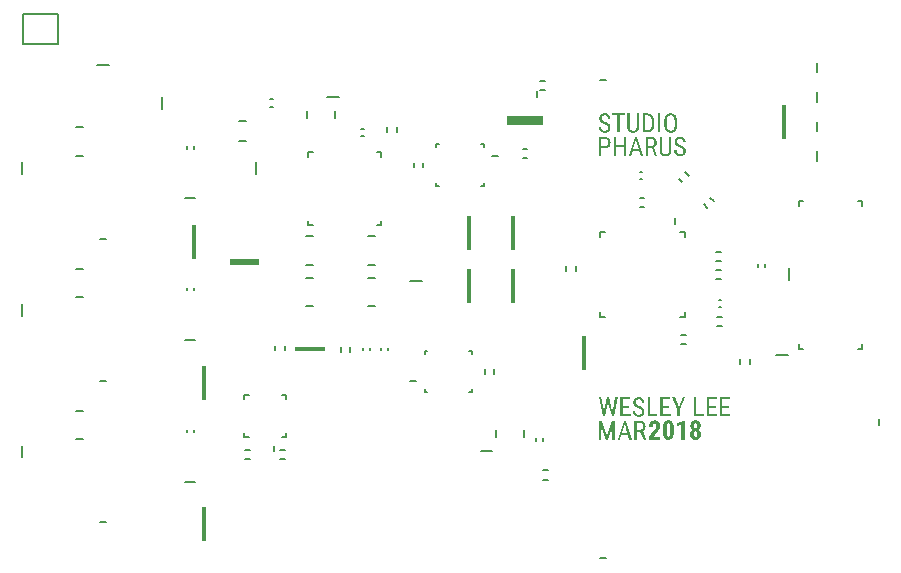
<source format=gto>
G04*
G04 #@! TF.GenerationSoftware,Altium Limited,Altium Designer,18.0.7 (293)*
G04*
G04 Layer_Color=12040119*
%FSLAX25Y25*%
%MOIN*%
G70*
G01*
G75*
%ADD10C,0.00591*%
%ADD11C,0.00787*%
%ADD12R,0.01575X0.11811*%
%ADD13R,0.09843X0.01575*%
G36*
X97638Y101575D02*
X107087D01*
Y103543D01*
X97638D01*
Y101575D01*
D02*
G37*
G36*
X201969Y151181D02*
X189764D01*
Y148031D01*
X201969D01*
Y151181D01*
D02*
G37*
G36*
X222562Y152133D02*
X222610D01*
X222665Y152126D01*
X222733Y152119D01*
X222801Y152105D01*
X222959Y152078D01*
X223123Y152030D01*
X223293Y151969D01*
X223464Y151887D01*
X223471D01*
X223484Y151873D01*
X223505Y151860D01*
X223539Y151839D01*
X223614Y151785D01*
X223710Y151709D01*
X223819Y151614D01*
X223928Y151491D01*
X224038Y151354D01*
X224133Y151197D01*
Y151190D01*
X224147Y151177D01*
X224154Y151156D01*
X224174Y151122D01*
X224188Y151081D01*
X224208Y151026D01*
X224229Y150972D01*
X224256Y150910D01*
X224297Y150760D01*
X224338Y150596D01*
X224365Y150412D01*
X224372Y150214D01*
X223566D01*
Y150220D01*
Y150241D01*
Y150268D01*
X223560Y150309D01*
Y150364D01*
X223553Y150418D01*
X223532Y150548D01*
X223498Y150698D01*
X223444Y150849D01*
X223375Y150999D01*
X223280Y151129D01*
Y151136D01*
X223266Y151143D01*
X223225Y151183D01*
X223164Y151231D01*
X223075Y151293D01*
X222959Y151354D01*
X222822Y151409D01*
X222658Y151443D01*
X222562Y151450D01*
X222467Y151457D01*
X222419D01*
X222385Y151450D01*
X222344D01*
X222303Y151443D01*
X222194Y151423D01*
X222071Y151388D01*
X221948Y151340D01*
X221825Y151272D01*
X221715Y151183D01*
X221702Y151170D01*
X221674Y151136D01*
X221634Y151074D01*
X221586Y150985D01*
X221531Y150876D01*
X221490Y150746D01*
X221463Y150596D01*
X221449Y150418D01*
Y150412D01*
Y150398D01*
Y150378D01*
X221456Y150350D01*
X221463Y150275D01*
X221483Y150186D01*
X221517Y150077D01*
X221572Y149961D01*
X221640Y149852D01*
X221736Y149742D01*
X221750Y149729D01*
X221763Y149715D01*
X221791Y149695D01*
X221818Y149674D01*
X221859Y149647D01*
X221900Y149613D01*
X221955Y149585D01*
X222016Y149544D01*
X222077Y149510D01*
X222153Y149469D01*
X222235Y149428D01*
X222317Y149380D01*
X222412Y149339D01*
X222515Y149298D01*
X222624Y149257D01*
X222638D01*
X222665Y149244D01*
X222713Y149223D01*
X222781Y149203D01*
X222856Y149175D01*
X222945Y149134D01*
X223041Y149093D01*
X223143Y149046D01*
X223368Y148936D01*
X223587Y148807D01*
X223696Y148732D01*
X223799Y148656D01*
X223887Y148574D01*
X223969Y148492D01*
X223976Y148486D01*
X223990Y148472D01*
X224004Y148445D01*
X224031Y148410D01*
X224065Y148363D01*
X224099Y148308D01*
X224133Y148247D01*
X224174Y148171D01*
X224208Y148090D01*
X224243Y148001D01*
X224277Y147905D01*
X224311Y147796D01*
X224338Y147687D01*
X224352Y147564D01*
X224365Y147441D01*
X224372Y147304D01*
Y147297D01*
Y147270D01*
Y147229D01*
X224365Y147174D01*
X224359Y147113D01*
X224345Y147038D01*
X224331Y146949D01*
X224311Y146860D01*
X224284Y146764D01*
X224249Y146662D01*
X224208Y146560D01*
X224161Y146457D01*
X224099Y146355D01*
X224031Y146252D01*
X223956Y146157D01*
X223867Y146068D01*
X223860Y146061D01*
X223847Y146047D01*
X223812Y146027D01*
X223778Y145993D01*
X223724Y145958D01*
X223662Y145924D01*
X223594Y145877D01*
X223512Y145836D01*
X223416Y145795D01*
X223314Y145754D01*
X223204Y145713D01*
X223081Y145678D01*
X222952Y145644D01*
X222808Y145624D01*
X222658Y145610D01*
X222501Y145603D01*
X222446D01*
X222405Y145610D01*
X222358D01*
X222303Y145617D01*
X222235Y145624D01*
X222166Y145631D01*
X222009Y145665D01*
X221838Y145706D01*
X221654Y145760D01*
X221477Y145842D01*
X221470D01*
X221456Y145856D01*
X221429Y145870D01*
X221401Y145890D01*
X221360Y145911D01*
X221312Y145938D01*
X221210Y146020D01*
X221094Y146116D01*
X220971Y146232D01*
X220848Y146361D01*
X220739Y146519D01*
Y146525D01*
X220725Y146539D01*
X220711Y146566D01*
X220698Y146594D01*
X220677Y146642D01*
X220657Y146689D01*
X220630Y146744D01*
X220609Y146812D01*
X220554Y146962D01*
X220513Y147133D01*
X220486Y147325D01*
X220472Y147529D01*
X221278D01*
Y147523D01*
Y147502D01*
Y147475D01*
X221285Y147434D01*
Y147379D01*
X221299Y147325D01*
X221319Y147195D01*
X221360Y147045D01*
X221415Y146887D01*
X221497Y146744D01*
X221552Y146669D01*
X221606Y146607D01*
X221613D01*
X221620Y146594D01*
X221640Y146580D01*
X221668Y146560D01*
X221702Y146532D01*
X221743Y146505D01*
X221791Y146478D01*
X221838Y146450D01*
X221968Y146389D01*
X222125Y146334D01*
X222303Y146300D01*
X222398Y146293D01*
X222501Y146286D01*
X222549D01*
X222590Y146293D01*
X222631D01*
X222685Y146300D01*
X222801Y146320D01*
X222931Y146355D01*
X223061Y146396D01*
X223191Y146464D01*
X223300Y146553D01*
X223314Y146566D01*
X223341Y146600D01*
X223382Y146662D01*
X223437Y146751D01*
X223484Y146853D01*
X223526Y146976D01*
X223553Y147126D01*
X223566Y147290D01*
Y147297D01*
Y147311D01*
Y147338D01*
X223560Y147372D01*
Y147406D01*
X223553Y147454D01*
X223532Y147564D01*
X223505Y147680D01*
X223457Y147803D01*
X223396Y147919D01*
X223307Y148021D01*
X223293Y148035D01*
X223280Y148048D01*
X223259Y148069D01*
X223225Y148090D01*
X223191Y148117D01*
X223143Y148144D01*
X223095Y148178D01*
X223034Y148219D01*
X222965Y148260D01*
X222890Y148301D01*
X222801Y148342D01*
X222706Y148383D01*
X222603Y148431D01*
X222494Y148472D01*
X222371Y148520D01*
X222364D01*
X222344Y148533D01*
X222310Y148547D01*
X222262Y148561D01*
X222207Y148581D01*
X222139Y148609D01*
X222071Y148636D01*
X221995Y148670D01*
X221825Y148745D01*
X221654Y148834D01*
X221490Y148923D01*
X221415Y148970D01*
X221347Y149018D01*
X221340D01*
X221333Y149032D01*
X221292Y149066D01*
X221224Y149121D01*
X221149Y149196D01*
X221060Y149285D01*
X220971Y149387D01*
X220889Y149503D01*
X220814Y149626D01*
Y149633D01*
X220807Y149640D01*
X220800Y149660D01*
X220787Y149688D01*
X220759Y149756D01*
X220725Y149852D01*
X220691Y149968D01*
X220664Y150098D01*
X220643Y150248D01*
X220636Y150405D01*
Y150412D01*
Y150439D01*
X220643Y150480D01*
Y150528D01*
X220650Y150596D01*
X220664Y150671D01*
X220677Y150753D01*
X220698Y150842D01*
X220725Y150938D01*
X220759Y151040D01*
X220800Y151143D01*
X220848Y151245D01*
X220910Y151347D01*
X220978Y151457D01*
X221053Y151552D01*
X221142Y151648D01*
X221149Y151655D01*
X221162Y151668D01*
X221196Y151696D01*
X221231Y151723D01*
X221285Y151764D01*
X221347Y151805D01*
X221415Y151846D01*
X221497Y151894D01*
X221586Y151942D01*
X221688Y151983D01*
X221797Y152023D01*
X221914Y152065D01*
X222043Y152092D01*
X222173Y152119D01*
X222317Y152133D01*
X222467Y152140D01*
X222521D01*
X222562Y152133D01*
D02*
G37*
G36*
X233873Y147529D02*
Y147523D01*
Y147488D01*
X233866Y147441D01*
Y147379D01*
X233852Y147304D01*
X233846Y147215D01*
X233825Y147120D01*
X233805Y147010D01*
X233777Y146901D01*
X233743Y146785D01*
X233702Y146669D01*
X233647Y146546D01*
X233586Y146430D01*
X233518Y146320D01*
X233436Y146211D01*
X233347Y146109D01*
X233340Y146102D01*
X233327Y146088D01*
X233292Y146061D01*
X233251Y146027D01*
X233204Y145993D01*
X233135Y145952D01*
X233060Y145904D01*
X232978Y145856D01*
X232882Y145808D01*
X232773Y145760D01*
X232657Y145720D01*
X232527Y145685D01*
X232391Y145651D01*
X232241Y145624D01*
X232083Y145610D01*
X231913Y145603D01*
X231872D01*
X231824Y145610D01*
X231756D01*
X231680Y145617D01*
X231592Y145631D01*
X231489Y145644D01*
X231380Y145665D01*
X231264Y145692D01*
X231148Y145726D01*
X231025Y145767D01*
X230909Y145815D01*
X230793Y145870D01*
X230677Y145938D01*
X230567Y146013D01*
X230472Y146102D01*
X230465Y146109D01*
X230451Y146122D01*
X230424Y146157D01*
X230396Y146198D01*
X230356Y146245D01*
X230314Y146307D01*
X230267Y146382D01*
X230219Y146471D01*
X230178Y146566D01*
X230130Y146669D01*
X230089Y146785D01*
X230048Y146915D01*
X230014Y147051D01*
X229987Y147202D01*
X229973Y147359D01*
X229966Y147529D01*
Y152051D01*
X230758D01*
Y147557D01*
Y147550D01*
Y147529D01*
Y147495D01*
X230765Y147454D01*
Y147400D01*
X230772Y147338D01*
X230793Y147195D01*
X230827Y147045D01*
X230874Y146880D01*
X230943Y146730D01*
X230984Y146662D01*
X231032Y146600D01*
X231038D01*
X231045Y146587D01*
X231086Y146553D01*
X231114Y146525D01*
X231148Y146498D01*
X231195Y146471D01*
X231243Y146443D01*
X231305Y146416D01*
X231366Y146389D01*
X231441Y146361D01*
X231517Y146334D01*
X231605Y146314D01*
X231701Y146300D01*
X231803Y146293D01*
X231913Y146286D01*
X231974D01*
X232015Y146293D01*
X232063D01*
X232124Y146300D01*
X232254Y146327D01*
X232398Y146361D01*
X232548Y146416D01*
X232684Y146498D01*
X232746Y146546D01*
X232801Y146600D01*
Y146607D01*
X232814Y146614D01*
X232828Y146635D01*
X232842Y146662D01*
X232862Y146696D01*
X232889Y146737D01*
X232910Y146785D01*
X232937Y146840D01*
X232964Y146901D01*
X232985Y146969D01*
X233012Y147051D01*
X233033Y147140D01*
X233047Y147229D01*
X233060Y147331D01*
X233074Y147441D01*
Y147557D01*
Y152051D01*
X233873D01*
Y147529D01*
D02*
G37*
G36*
X241051Y145692D02*
X240252D01*
Y152051D01*
X241051D01*
Y145692D01*
D02*
G37*
G36*
X236735Y152044D02*
X236810Y152037D01*
X236905Y152030D01*
X237008Y152017D01*
X237131Y151989D01*
X237261Y151962D01*
X237397Y151928D01*
X237534Y151880D01*
X237677Y151825D01*
X237827Y151757D01*
X237964Y151675D01*
X238101Y151586D01*
X238230Y151477D01*
X238353Y151354D01*
X238360Y151347D01*
X238381Y151320D01*
X238408Y151279D01*
X238449Y151224D01*
X238497Y151156D01*
X238551Y151067D01*
X238606Y150965D01*
X238661Y150849D01*
X238715Y150719D01*
X238777Y150569D01*
X238825Y150412D01*
X238873Y150234D01*
X238913Y150043D01*
X238941Y149838D01*
X238961Y149626D01*
X238968Y149394D01*
Y148328D01*
Y148322D01*
Y148315D01*
Y148274D01*
X238961Y148206D01*
Y148124D01*
X238948Y148014D01*
X238934Y147891D01*
X238913Y147755D01*
X238893Y147611D01*
X238859Y147454D01*
X238818Y147297D01*
X238763Y147133D01*
X238708Y146969D01*
X238633Y146812D01*
X238551Y146655D01*
X238456Y146512D01*
X238347Y146375D01*
X238340Y146368D01*
X238319Y146348D01*
X238278Y146314D01*
X238230Y146266D01*
X238169Y146218D01*
X238087Y146157D01*
X237991Y146095D01*
X237889Y146034D01*
X237766Y145972D01*
X237629Y145911D01*
X237486Y145849D01*
X237322Y145801D01*
X237144Y145754D01*
X236953Y145720D01*
X236755Y145699D01*
X236537Y145692D01*
X235109D01*
Y152051D01*
X236673D01*
X236735Y152044D01*
D02*
G37*
G36*
X229140Y151368D02*
X227466D01*
Y145692D01*
X226667D01*
Y151368D01*
X225001D01*
Y152051D01*
X229140D01*
Y151368D01*
D02*
G37*
G36*
X244548Y152133D02*
X244617Y152126D01*
X244705Y152119D01*
X244801Y152105D01*
X244910Y152078D01*
X245026Y152051D01*
X245149Y152017D01*
X245279Y151969D01*
X245409Y151914D01*
X245538Y151846D01*
X245661Y151764D01*
X245791Y151675D01*
X245907Y151566D01*
X246017Y151443D01*
X246024Y151436D01*
X246044Y151409D01*
X246071Y151368D01*
X246105Y151313D01*
X246146Y151245D01*
X246194Y151156D01*
X246249Y151054D01*
X246304Y150938D01*
X246358Y150808D01*
X246406Y150657D01*
X246454Y150494D01*
X246502Y150323D01*
X246536Y150132D01*
X246570Y149920D01*
X246590Y149701D01*
X246597Y149469D01*
Y148308D01*
Y148301D01*
Y148294D01*
Y148274D01*
Y148253D01*
X246590Y148185D01*
Y148096D01*
X246584Y147987D01*
X246570Y147857D01*
X246549Y147721D01*
X246529Y147570D01*
X246495Y147406D01*
X246461Y147242D01*
X246413Y147079D01*
X246358Y146908D01*
X246297Y146744D01*
X246221Y146587D01*
X246133Y146437D01*
X246037Y146300D01*
X246030Y146293D01*
X246010Y146273D01*
X245983Y146239D01*
X245935Y146191D01*
X245880Y146136D01*
X245812Y146081D01*
X245730Y146020D01*
X245634Y145952D01*
X245525Y145890D01*
X245409Y145822D01*
X245279Y145767D01*
X245142Y145713D01*
X244992Y145665D01*
X244828Y145631D01*
X244651Y145610D01*
X244466Y145603D01*
X244425D01*
X244371Y145610D01*
X244302Y145617D01*
X244220Y145624D01*
X244125Y145638D01*
X244016Y145658D01*
X243906Y145692D01*
X243783Y145726D01*
X243653Y145767D01*
X243524Y145829D01*
X243394Y145890D01*
X243264Y145972D01*
X243141Y146061D01*
X243018Y146163D01*
X242909Y146286D01*
X242902Y146293D01*
X242882Y146320D01*
X242854Y146355D01*
X242820Y146416D01*
X242779Y146484D01*
X242731Y146566D01*
X242677Y146669D01*
X242622Y146785D01*
X242567Y146915D01*
X242520Y147058D01*
X242465Y147215D01*
X242424Y147393D01*
X242383Y147577D01*
X242356Y147775D01*
X242328Y147994D01*
X242322Y148219D01*
Y149415D01*
Y149421D01*
Y149428D01*
Y149469D01*
X242328Y149537D01*
Y149626D01*
X242342Y149735D01*
X242349Y149858D01*
X242369Y149995D01*
X242390Y150145D01*
X242424Y150302D01*
X242458Y150466D01*
X242506Y150630D01*
X242561Y150801D01*
X242622Y150965D01*
X242697Y151122D01*
X242786Y151272D01*
X242882Y151416D01*
X242888Y151423D01*
X242909Y151450D01*
X242943Y151484D01*
X242984Y151532D01*
X243046Y151586D01*
X243114Y151648D01*
X243196Y151709D01*
X243291Y151778D01*
X243394Y151846D01*
X243517Y151907D01*
X243647Y151969D01*
X243783Y152023D01*
X243934Y152071D01*
X244097Y152105D01*
X244268Y152133D01*
X244453Y152140D01*
X244500D01*
X244548Y152133D01*
D02*
G37*
G36*
X247690Y144325D02*
X247738D01*
X247792Y144318D01*
X247861Y144311D01*
X247929Y144297D01*
X248086Y144270D01*
X248250Y144222D01*
X248421Y144161D01*
X248592Y144079D01*
X248598D01*
X248612Y144065D01*
X248633Y144052D01*
X248667Y144031D01*
X248742Y143976D01*
X248837Y143901D01*
X248947Y143806D01*
X249056Y143683D01*
X249165Y143546D01*
X249261Y143389D01*
Y143382D01*
X249274Y143369D01*
X249281Y143348D01*
X249302Y143314D01*
X249316Y143273D01*
X249336Y143218D01*
X249357Y143164D01*
X249384Y143102D01*
X249425Y142952D01*
X249466Y142788D01*
X249493Y142604D01*
X249500Y142405D01*
X248694Y142405D01*
Y142412D01*
Y142433D01*
Y142460D01*
X248687Y142501D01*
Y142556D01*
X248680Y142610D01*
X248660Y142740D01*
X248626Y142891D01*
X248571Y143041D01*
X248503Y143191D01*
X248407Y143321D01*
Y143328D01*
X248394Y143334D01*
X248353Y143375D01*
X248291Y143423D01*
X248202Y143485D01*
X248086Y143546D01*
X247950Y143601D01*
X247786Y143635D01*
X247690Y143642D01*
X247594Y143649D01*
X247547D01*
X247512Y143642D01*
X247471D01*
X247430Y143635D01*
X247321Y143614D01*
X247198Y143580D01*
X247075Y143533D01*
X246952Y143464D01*
X246843Y143375D01*
X246829Y143362D01*
X246802Y143328D01*
X246761Y143266D01*
X246713Y143177D01*
X246659Y143068D01*
X246618Y142938D01*
X246590Y142788D01*
X246577Y142610D01*
Y142604D01*
Y142590D01*
Y142569D01*
X246584Y142542D01*
X246590Y142467D01*
X246611Y142378D01*
X246645Y142269D01*
X246700Y142153D01*
X246768Y142043D01*
X246864Y141934D01*
X246877Y141921D01*
X246891Y141907D01*
X246918Y141886D01*
X246946Y141866D01*
X246987Y141839D01*
X247027Y141805D01*
X247082Y141777D01*
X247144Y141736D01*
X247205Y141702D01*
X247280Y141661D01*
X247362Y141620D01*
X247444Y141572D01*
X247540Y141531D01*
X247642Y141490D01*
X247751Y141449D01*
X247765D01*
X247792Y141436D01*
X247840Y141415D01*
X247909Y141395D01*
X247984Y141367D01*
X248073Y141326D01*
X248168Y141285D01*
X248271Y141238D01*
X248496Y141128D01*
X248714Y140999D01*
X248824Y140923D01*
X248926Y140848D01*
X249015Y140766D01*
X249097Y140684D01*
X249104Y140677D01*
X249117Y140664D01*
X249131Y140637D01*
X249158Y140602D01*
X249193Y140555D01*
X249227Y140500D01*
X249261Y140438D01*
X249302Y140363D01*
X249336Y140281D01*
X249370Y140193D01*
X249404Y140097D01*
X249439Y139988D01*
X249466Y139878D01*
X249479Y139755D01*
X249493Y139633D01*
X249500Y139496D01*
Y139489D01*
Y139462D01*
Y139421D01*
X249493Y139366D01*
X249486Y139305D01*
X249473Y139230D01*
X249459Y139141D01*
X249439Y139052D01*
X249411Y138956D01*
X249377Y138854D01*
X249336Y138751D01*
X249288Y138649D01*
X249227Y138547D01*
X249158Y138444D01*
X249083Y138348D01*
X248994Y138260D01*
X248988Y138253D01*
X248974Y138239D01*
X248940Y138219D01*
X248906Y138185D01*
X248851Y138150D01*
X248790Y138116D01*
X248721Y138068D01*
X248639Y138028D01*
X248544Y137987D01*
X248441Y137945D01*
X248332Y137905D01*
X248209Y137870D01*
X248079Y137836D01*
X247936Y137816D01*
X247786Y137802D01*
X247628Y137795D01*
X247574D01*
X247533Y137802D01*
X247485D01*
X247430Y137809D01*
X247362Y137816D01*
X247294Y137823D01*
X247137Y137857D01*
X246966Y137898D01*
X246782Y137952D01*
X246604Y138034D01*
X246597D01*
X246584Y138048D01*
X246556Y138062D01*
X246529Y138082D01*
X246488Y138103D01*
X246440Y138130D01*
X246338Y138212D01*
X246221Y138307D01*
X246099Y138424D01*
X245976Y138553D01*
X245866Y138710D01*
Y138717D01*
X245853Y138731D01*
X245839Y138758D01*
X245825Y138786D01*
X245805Y138833D01*
X245784Y138881D01*
X245757Y138936D01*
X245737Y139004D01*
X245682Y139154D01*
X245641Y139325D01*
X245614Y139516D01*
X245600Y139721D01*
X246406D01*
Y139715D01*
Y139694D01*
Y139667D01*
X246413Y139626D01*
Y139571D01*
X246426Y139516D01*
X246447Y139387D01*
X246488Y139236D01*
X246543Y139079D01*
X246624Y138936D01*
X246679Y138861D01*
X246734Y138799D01*
X246741D01*
X246747Y138786D01*
X246768Y138772D01*
X246795Y138751D01*
X246829Y138724D01*
X246870Y138697D01*
X246918Y138670D01*
X246966Y138642D01*
X247096Y138581D01*
X247253Y138526D01*
X247430Y138492D01*
X247526Y138485D01*
X247628Y138478D01*
X247676D01*
X247717Y138485D01*
X247758D01*
X247813Y138492D01*
X247929Y138512D01*
X248059Y138547D01*
X248189Y138588D01*
X248318Y138656D01*
X248428Y138745D01*
X248441Y138758D01*
X248469Y138793D01*
X248510Y138854D01*
X248564Y138943D01*
X248612Y139045D01*
X248653Y139168D01*
X248680Y139318D01*
X248694Y139482D01*
Y139489D01*
Y139503D01*
Y139530D01*
X248687Y139564D01*
Y139598D01*
X248680Y139646D01*
X248660Y139755D01*
X248633Y139872D01*
X248585Y139995D01*
X248523Y140111D01*
X248434Y140213D01*
X248421Y140227D01*
X248407Y140240D01*
X248387Y140261D01*
X248353Y140281D01*
X248318Y140309D01*
X248271Y140336D01*
X248223Y140370D01*
X248161Y140411D01*
X248093Y140452D01*
X248018Y140493D01*
X247929Y140534D01*
X247833Y140575D01*
X247731Y140623D01*
X247622Y140664D01*
X247499Y140712D01*
X247492D01*
X247471Y140725D01*
X247437Y140739D01*
X247390Y140753D01*
X247335Y140773D01*
X247267Y140800D01*
X247198Y140828D01*
X247123Y140862D01*
X246952Y140937D01*
X246782Y141026D01*
X246618Y141115D01*
X246543Y141163D01*
X246474Y141210D01*
X246467D01*
X246461Y141224D01*
X246420Y141258D01*
X246351Y141313D01*
X246276Y141388D01*
X246187Y141477D01*
X246099Y141579D01*
X246017Y141695D01*
X245941Y141818D01*
Y141825D01*
X245935Y141832D01*
X245928Y141852D01*
X245914Y141880D01*
X245887Y141948D01*
X245853Y142043D01*
X245819Y142160D01*
X245791Y142289D01*
X245771Y142440D01*
X245764Y142597D01*
Y142604D01*
Y142631D01*
X245771Y142672D01*
Y142720D01*
X245778Y142788D01*
X245791Y142863D01*
X245805Y142945D01*
X245825Y143034D01*
X245853Y143130D01*
X245887Y143232D01*
X245928Y143334D01*
X245976Y143437D01*
X246037Y143539D01*
X246105Y143649D01*
X246181Y143744D01*
X246269Y143840D01*
X246276Y143847D01*
X246290Y143860D01*
X246324Y143888D01*
X246358Y143915D01*
X246413Y143956D01*
X246474Y143997D01*
X246543Y144038D01*
X246624Y144086D01*
X246713Y144133D01*
X246816Y144175D01*
X246925Y144216D01*
X247041Y144256D01*
X247171Y144284D01*
X247301Y144311D01*
X247444Y144325D01*
X247594Y144332D01*
X247649D01*
X247690Y144325D01*
D02*
G37*
G36*
X229591Y137884D02*
X228791D01*
Y140828D01*
X226230D01*
Y137884D01*
X225431D01*
Y144243D01*
X226230D01*
Y141511D01*
X228791D01*
Y144243D01*
X229591D01*
Y137884D01*
D02*
G37*
G36*
X244678Y139721D02*
Y139715D01*
Y139680D01*
X244671Y139632D01*
Y139571D01*
X244657Y139496D01*
X244651Y139407D01*
X244630Y139312D01*
X244610Y139202D01*
X244582Y139093D01*
X244548Y138977D01*
X244507Y138861D01*
X244453Y138738D01*
X244391Y138622D01*
X244323Y138512D01*
X244241Y138403D01*
X244152Y138301D01*
X244145Y138294D01*
X244132Y138280D01*
X244097Y138253D01*
X244056Y138219D01*
X244009Y138185D01*
X243940Y138144D01*
X243865Y138096D01*
X243783Y138048D01*
X243688Y138000D01*
X243578Y137952D01*
X243462Y137911D01*
X243333Y137877D01*
X243196Y137843D01*
X243046Y137816D01*
X242888Y137802D01*
X242718Y137795D01*
X242677D01*
X242629Y137802D01*
X242561D01*
X242485Y137809D01*
X242397Y137823D01*
X242294Y137836D01*
X242185Y137857D01*
X242069Y137884D01*
X241953Y137918D01*
X241830Y137959D01*
X241714Y138007D01*
X241598Y138062D01*
X241481Y138130D01*
X241372Y138205D01*
X241277Y138294D01*
X241270Y138301D01*
X241256Y138314D01*
X241229Y138348D01*
X241201Y138390D01*
X241160Y138437D01*
X241120Y138499D01*
X241072Y138574D01*
X241024Y138663D01*
X240983Y138758D01*
X240935Y138861D01*
X240894Y138977D01*
X240853Y139107D01*
X240819Y139243D01*
X240792Y139393D01*
X240778Y139551D01*
X240771Y139721D01*
Y144243D01*
X241564D01*
Y139749D01*
Y139742D01*
Y139721D01*
Y139687D01*
X241570Y139646D01*
Y139592D01*
X241577Y139530D01*
X241598Y139387D01*
X241632Y139236D01*
X241680Y139073D01*
X241748Y138922D01*
X241789Y138854D01*
X241837Y138793D01*
X241844D01*
X241850Y138779D01*
X241891Y138745D01*
X241919Y138717D01*
X241953Y138690D01*
X242001Y138663D01*
X242048Y138635D01*
X242110Y138608D01*
X242171Y138581D01*
X242247Y138553D01*
X242322Y138526D01*
X242410Y138506D01*
X242506Y138492D01*
X242608Y138485D01*
X242718Y138478D01*
X242779D01*
X242820Y138485D01*
X242868D01*
X242930Y138492D01*
X243059Y138519D01*
X243203Y138553D01*
X243353Y138608D01*
X243490Y138690D01*
X243551Y138738D01*
X243606Y138793D01*
Y138799D01*
X243619Y138806D01*
X243633Y138827D01*
X243647Y138854D01*
X243667Y138888D01*
X243694Y138929D01*
X243715Y138977D01*
X243742Y139032D01*
X243770Y139093D01*
X243790Y139161D01*
X243817Y139243D01*
X243838Y139332D01*
X243851Y139421D01*
X243865Y139523D01*
X243879Y139632D01*
Y139749D01*
Y144243D01*
X244678D01*
Y139721D01*
D02*
G37*
G36*
X238080Y144236D02*
X238155Y144229D01*
X238244Y144216D01*
X238347Y144202D01*
X238449Y144181D01*
X238565Y144154D01*
X238681Y144120D01*
X238797Y144086D01*
X238913Y144038D01*
X239030Y143976D01*
X239139Y143915D01*
X239241Y143840D01*
X239337Y143751D01*
X239344Y143744D01*
X239357Y143730D01*
X239378Y143703D01*
X239412Y143662D01*
X239446Y143608D01*
X239487Y143546D01*
X239535Y143478D01*
X239576Y143389D01*
X239624Y143300D01*
X239665Y143191D01*
X239706Y143075D01*
X239740Y142945D01*
X239774Y142808D01*
X239794Y142658D01*
X239808Y142501D01*
X239815Y142330D01*
Y142324D01*
Y142303D01*
Y142276D01*
X239808Y142228D01*
Y142180D01*
X239801Y142119D01*
X239794Y142050D01*
X239781Y141982D01*
X239754Y141818D01*
X239706Y141647D01*
X239644Y141470D01*
X239556Y141299D01*
Y141292D01*
X239542Y141279D01*
X239528Y141258D01*
X239508Y141231D01*
X239446Y141149D01*
X239364Y141053D01*
X239262Y140944D01*
X239139Y140835D01*
X238989Y140732D01*
X238825Y140637D01*
X240054Y137932D01*
Y137884D01*
X239194D01*
X238060Y140459D01*
X236940D01*
Y137884D01*
X236140D01*
Y144243D01*
X238012D01*
X238080Y144236D01*
D02*
G37*
G36*
X235273Y137884D02*
X234454D01*
X233948Y139551D01*
X231803D01*
X231305Y137884D01*
X230485D01*
X232534Y144243D01*
X233224D01*
X235273Y137884D01*
D02*
G37*
G36*
X222651Y144236D02*
X222720Y144229D01*
X222808Y144216D01*
X222904Y144195D01*
X223006Y144175D01*
X223116Y144147D01*
X223232Y144113D01*
X223348Y144072D01*
X223464Y144017D01*
X223580Y143956D01*
X223689Y143888D01*
X223799Y143806D01*
X223894Y143710D01*
X223901Y143703D01*
X223915Y143683D01*
X223942Y143655D01*
X223976Y143614D01*
X224010Y143560D01*
X224051Y143498D01*
X224099Y143423D01*
X224147Y143334D01*
X224195Y143239D01*
X224243Y143130D01*
X224284Y143013D01*
X224318Y142891D01*
X224352Y142754D01*
X224379Y142610D01*
X224393Y142460D01*
X224400Y142296D01*
Y142289D01*
Y142255D01*
Y142208D01*
X224393Y142146D01*
X224386Y142071D01*
X224372Y141982D01*
X224359Y141880D01*
X224338Y141777D01*
X224311Y141668D01*
X224284Y141552D01*
X224243Y141429D01*
X224195Y141313D01*
X224140Y141197D01*
X224072Y141087D01*
X224004Y140978D01*
X223915Y140882D01*
X223908Y140876D01*
X223894Y140862D01*
X223867Y140835D01*
X223826Y140807D01*
X223778Y140766D01*
X223717Y140725D01*
X223648Y140684D01*
X223566Y140637D01*
X223478Y140589D01*
X223375Y140541D01*
X223259Y140500D01*
X223143Y140459D01*
X223006Y140432D01*
X222870Y140404D01*
X222720Y140384D01*
X222556Y140377D01*
X221271D01*
Y137884D01*
X220472D01*
Y144243D01*
X222590D01*
X222651Y144236D01*
D02*
G37*
G36*
X233887Y57467D02*
X233934D01*
X233989Y57460D01*
X234057Y57453D01*
X234126Y57440D01*
X234283Y57412D01*
X234447Y57365D01*
X234617Y57303D01*
X234788Y57221D01*
X234795D01*
X234809Y57208D01*
X234829Y57194D01*
X234863Y57173D01*
X234938Y57119D01*
X235034Y57044D01*
X235143Y56948D01*
X235253Y56825D01*
X235362Y56688D01*
X235457Y56531D01*
Y56524D01*
X235471Y56511D01*
X235478Y56490D01*
X235498Y56456D01*
X235512Y56415D01*
X235533Y56361D01*
X235553Y56306D01*
X235580Y56244D01*
X235621Y56094D01*
X235662Y55930D01*
X235690Y55746D01*
X235697Y55548D01*
X234891D01*
Y55555D01*
Y55575D01*
Y55603D01*
X234884Y55643D01*
Y55698D01*
X234877Y55753D01*
X234856Y55883D01*
X234822Y56033D01*
X234768Y56183D01*
X234699Y56333D01*
X234604Y56463D01*
Y56470D01*
X234590Y56477D01*
X234549Y56518D01*
X234488Y56565D01*
X234399Y56627D01*
X234283Y56688D01*
X234146Y56743D01*
X233982Y56777D01*
X233887Y56784D01*
X233791Y56791D01*
X233743D01*
X233709Y56784D01*
X233668D01*
X233627Y56777D01*
X233518Y56757D01*
X233395Y56723D01*
X233272Y56675D01*
X233149Y56607D01*
X233040Y56518D01*
X233026Y56504D01*
X232999Y56470D01*
X232958Y56408D01*
X232910Y56320D01*
X232855Y56210D01*
X232814Y56081D01*
X232787Y55930D01*
X232773Y55753D01*
Y55746D01*
Y55732D01*
Y55712D01*
X232780Y55684D01*
X232787Y55609D01*
X232807Y55520D01*
X232842Y55411D01*
X232896Y55295D01*
X232964Y55186D01*
X233060Y55076D01*
X233074Y55063D01*
X233087Y55049D01*
X233115Y55029D01*
X233142Y55008D01*
X233183Y54981D01*
X233224Y54947D01*
X233279Y54919D01*
X233340Y54878D01*
X233402Y54844D01*
X233477Y54803D01*
X233559Y54762D01*
X233641Y54715D01*
X233736Y54674D01*
X233839Y54633D01*
X233948Y54592D01*
X233962D01*
X233989Y54578D01*
X234037Y54558D01*
X234105Y54537D01*
X234180Y54510D01*
X234269Y54469D01*
X234365Y54428D01*
X234467Y54380D01*
X234693Y54271D01*
X234911Y54141D01*
X235020Y54066D01*
X235123Y53991D01*
X235212Y53909D01*
X235294Y53827D01*
X235300Y53820D01*
X235314Y53806D01*
X235328Y53779D01*
X235355Y53745D01*
X235389Y53697D01*
X235423Y53642D01*
X235457Y53581D01*
X235498Y53506D01*
X235533Y53424D01*
X235567Y53335D01*
X235601Y53239D01*
X235635Y53130D01*
X235662Y53021D01*
X235676Y52898D01*
X235690Y52775D01*
X235697Y52638D01*
Y52631D01*
Y52604D01*
Y52563D01*
X235690Y52508D01*
X235683Y52447D01*
X235669Y52372D01*
X235655Y52283D01*
X235635Y52194D01*
X235608Y52099D01*
X235574Y51996D01*
X235533Y51894D01*
X235485Y51791D01*
X235423Y51689D01*
X235355Y51586D01*
X235280Y51491D01*
X235191Y51402D01*
X235184Y51395D01*
X235171Y51381D01*
X235137Y51361D01*
X235102Y51327D01*
X235048Y51293D01*
X234986Y51259D01*
X234918Y51211D01*
X234836Y51170D01*
X234740Y51129D01*
X234638Y51088D01*
X234529Y51047D01*
X234406Y51013D01*
X234276Y50979D01*
X234132Y50958D01*
X233982Y50944D01*
X233825Y50938D01*
X233770D01*
X233730Y50944D01*
X233682D01*
X233627Y50951D01*
X233559Y50958D01*
X233490Y50965D01*
X233333Y50999D01*
X233163Y51040D01*
X232978Y51095D01*
X232801Y51177D01*
X232794D01*
X232780Y51190D01*
X232753Y51204D01*
X232726Y51224D01*
X232684Y51245D01*
X232637Y51272D01*
X232534Y51354D01*
X232418Y51450D01*
X232295Y51566D01*
X232172Y51696D01*
X232063Y51853D01*
Y51860D01*
X232049Y51873D01*
X232036Y51901D01*
X232022Y51928D01*
X232001Y51976D01*
X231981Y52024D01*
X231954Y52078D01*
X231933Y52147D01*
X231878Y52297D01*
X231838Y52468D01*
X231810Y52659D01*
X231797Y52864D01*
X232603D01*
Y52857D01*
Y52836D01*
Y52809D01*
X232609Y52768D01*
Y52713D01*
X232623Y52659D01*
X232644Y52529D01*
X232684Y52379D01*
X232739Y52222D01*
X232821Y52078D01*
X232876Y52003D01*
X232930Y51942D01*
X232937D01*
X232944Y51928D01*
X232964Y51914D01*
X232992Y51894D01*
X233026Y51866D01*
X233067Y51839D01*
X233115Y51812D01*
X233163Y51784D01*
X233292Y51723D01*
X233449Y51668D01*
X233627Y51634D01*
X233723Y51627D01*
X233825Y51621D01*
X233873D01*
X233914Y51627D01*
X233955D01*
X234010Y51634D01*
X234126Y51655D01*
X234255Y51689D01*
X234385Y51730D01*
X234515Y51798D01*
X234624Y51887D01*
X234638Y51901D01*
X234665Y51935D01*
X234706Y51996D01*
X234761Y52085D01*
X234809Y52188D01*
X234850Y52310D01*
X234877Y52461D01*
X234891Y52625D01*
Y52631D01*
Y52645D01*
Y52672D01*
X234884Y52706D01*
Y52741D01*
X234877Y52789D01*
X234856Y52898D01*
X234829Y53014D01*
X234781Y53137D01*
X234720Y53253D01*
X234631Y53355D01*
X234617Y53369D01*
X234604Y53383D01*
X234583Y53403D01*
X234549Y53424D01*
X234515Y53451D01*
X234467Y53478D01*
X234419Y53513D01*
X234358Y53553D01*
X234290Y53594D01*
X234214Y53635D01*
X234126Y53676D01*
X234030Y53717D01*
X233927Y53765D01*
X233818Y53806D01*
X233695Y53854D01*
X233688D01*
X233668Y53868D01*
X233634Y53881D01*
X233586Y53895D01*
X233531Y53915D01*
X233463Y53943D01*
X233395Y53970D01*
X233320Y54004D01*
X233149Y54079D01*
X232978Y54168D01*
X232814Y54257D01*
X232739Y54305D01*
X232671Y54353D01*
X232664D01*
X232657Y54366D01*
X232616Y54400D01*
X232548Y54455D01*
X232473Y54530D01*
X232384Y54619D01*
X232295Y54721D01*
X232213Y54838D01*
X232138Y54960D01*
Y54967D01*
X232131Y54974D01*
X232124Y54995D01*
X232111Y55022D01*
X232083Y55090D01*
X232049Y55186D01*
X232015Y55302D01*
X231988Y55432D01*
X231967Y55582D01*
X231961Y55739D01*
Y55746D01*
Y55773D01*
X231967Y55814D01*
Y55862D01*
X231974Y55930D01*
X231988Y56005D01*
X232001Y56087D01*
X232022Y56176D01*
X232049Y56272D01*
X232083Y56374D01*
X232124Y56477D01*
X232172Y56579D01*
X232234Y56682D01*
X232302Y56791D01*
X232377Y56887D01*
X232466Y56982D01*
X232473Y56989D01*
X232486Y57003D01*
X232521Y57030D01*
X232555Y57057D01*
X232609Y57098D01*
X232671Y57139D01*
X232739Y57180D01*
X232821Y57228D01*
X232910Y57276D01*
X233012Y57317D01*
X233122Y57358D01*
X233238Y57399D01*
X233367Y57426D01*
X233497Y57453D01*
X233641Y57467D01*
X233791Y57474D01*
X233846D01*
X233887Y57467D01*
D02*
G37*
G36*
X247499Y53396D02*
Y51026D01*
X246700D01*
Y53396D01*
X244890Y57385D01*
X245798D01*
X247096Y54189D01*
X248400Y57385D01*
X249302Y57385D01*
X247499Y53396D01*
D02*
G37*
G36*
X225472Y51026D02*
X224755D01*
X223689Y55657D01*
X223628Y56033D01*
X223560Y55657D01*
X222460Y51026D01*
X221736D01*
X220472Y57385D01*
X221271D01*
X222064Y53027D01*
X222146Y52317D01*
X222269Y52946D01*
X223286Y57385D01*
X223956D01*
X224946Y52946D01*
X225069Y52297D01*
X225165Y53034D01*
X225943Y57385D01*
X226742D01*
X225472Y51026D01*
D02*
G37*
G36*
X264253Y56702D02*
X261678D01*
Y54653D01*
X263925D01*
Y53970D01*
X261678D01*
Y51709D01*
X264301D01*
Y51026D01*
X260879D01*
Y57385D01*
X264253D01*
Y56702D01*
D02*
G37*
G36*
X259806D02*
X257231D01*
Y54653D01*
X259479D01*
Y53970D01*
X257231D01*
Y51709D01*
X259854D01*
Y51026D01*
X256432D01*
Y57385D01*
X259806D01*
Y56702D01*
D02*
G37*
G36*
X252990Y51709D02*
X255483D01*
Y51026D01*
X252184D01*
Y57385D01*
X252990D01*
Y51709D01*
D02*
G37*
G36*
X244371Y56702D02*
X241796D01*
Y54653D01*
X244043D01*
Y53970D01*
X241796D01*
Y51709D01*
X244418D01*
Y51026D01*
X240997D01*
Y57385D01*
X244371D01*
Y56702D01*
D02*
G37*
G36*
X237554Y51709D02*
X240047D01*
Y51026D01*
X236748D01*
Y57385D01*
X237554D01*
Y51709D01*
D02*
G37*
G36*
X231038Y56702D02*
X228464D01*
Y54653D01*
X230711D01*
Y53970D01*
X228464D01*
Y51709D01*
X231086D01*
Y51026D01*
X227664D01*
Y57385D01*
X231038D01*
Y56702D01*
D02*
G37*
G36*
X225854Y43307D02*
X225055D01*
Y45780D01*
X225131Y48259D01*
X223464Y43307D01*
X222856D01*
X221196Y48245D01*
X221271Y45780D01*
Y43307D01*
X220472D01*
Y49666D01*
X221504D01*
X223164Y44475D01*
X224823Y49666D01*
X225854D01*
Y43307D01*
D02*
G37*
G36*
X234331Y49659D02*
X234406Y49652D01*
X234494Y49639D01*
X234597Y49625D01*
X234699Y49604D01*
X234815Y49577D01*
X234932Y49543D01*
X235048Y49509D01*
X235164Y49461D01*
X235280Y49400D01*
X235389Y49338D01*
X235492Y49263D01*
X235587Y49174D01*
X235594Y49167D01*
X235608Y49154D01*
X235628Y49126D01*
X235662Y49085D01*
X235697Y49031D01*
X235737Y48969D01*
X235785Y48901D01*
X235826Y48812D01*
X235874Y48723D01*
X235915Y48614D01*
X235956Y48498D01*
X235990Y48368D01*
X236024Y48232D01*
X236045Y48081D01*
X236058Y47924D01*
X236065Y47753D01*
Y47747D01*
Y47726D01*
Y47699D01*
X236058Y47651D01*
Y47603D01*
X236052Y47542D01*
X236045Y47473D01*
X236031Y47405D01*
X236004Y47241D01*
X235956Y47070D01*
X235895Y46893D01*
X235806Y46722D01*
Y46715D01*
X235792Y46702D01*
X235778Y46681D01*
X235758Y46654D01*
X235697Y46572D01*
X235615Y46476D01*
X235512Y46367D01*
X235389Y46258D01*
X235239Y46155D01*
X235075Y46060D01*
X236304Y43355D01*
Y43307D01*
X235444D01*
X234310Y45882D01*
X233190D01*
Y43307D01*
X232391D01*
Y49666D01*
X234262D01*
X234331Y49659D01*
D02*
G37*
G36*
X231523Y43307D02*
X230704D01*
X230198Y44974D01*
X228054D01*
X227555Y43307D01*
X226736D01*
X228784Y49666D01*
X229474D01*
X231523Y43307D01*
D02*
G37*
G36*
X249082D02*
X247839D01*
Y48163D01*
X246630Y47699D01*
Y48730D01*
X248952Y49679D01*
X249082D01*
Y43307D01*
D02*
G37*
G36*
X239261Y49748D02*
X239329Y49741D01*
X239411Y49727D01*
X239506Y49714D01*
X239602Y49693D01*
X239704Y49673D01*
X239814Y49639D01*
X239923Y49604D01*
X240032Y49556D01*
X240142Y49502D01*
X240244Y49440D01*
X240347Y49365D01*
X240435Y49283D01*
X240442Y49277D01*
X240456Y49263D01*
X240476Y49235D01*
X240510Y49194D01*
X240545Y49147D01*
X240586Y49092D01*
X240627Y49017D01*
X240674Y48942D01*
X240715Y48846D01*
X240756Y48751D01*
X240797Y48641D01*
X240831Y48518D01*
X240866Y48389D01*
X240886Y48252D01*
X240900Y48102D01*
X240907Y47945D01*
Y47938D01*
Y47924D01*
Y47890D01*
X240900Y47856D01*
Y47801D01*
X240893Y47747D01*
X240886Y47685D01*
X240872Y47610D01*
X240845Y47446D01*
X240797Y47262D01*
X240736Y47064D01*
X240647Y46859D01*
Y46852D01*
X240633Y46831D01*
X240620Y46804D01*
X240599Y46763D01*
X240565Y46708D01*
X240531Y46640D01*
X240483Y46565D01*
X240435Y46483D01*
X240374Y46387D01*
X240305Y46285D01*
X240224Y46169D01*
X240142Y46046D01*
X240046Y45923D01*
X239944Y45786D01*
X239827Y45643D01*
X239704Y45493D01*
X238892Y44332D01*
X241050D01*
Y43307D01*
X237300D01*
Y44175D01*
X239021Y46367D01*
X239028Y46374D01*
X239035Y46387D01*
X239056Y46408D01*
X239076Y46442D01*
X239104Y46483D01*
X239131Y46531D01*
X239206Y46633D01*
X239281Y46756D01*
X239363Y46893D01*
X239438Y47029D01*
X239506Y47159D01*
Y47166D01*
X239513Y47173D01*
X239520Y47193D01*
X239534Y47221D01*
X239554Y47289D01*
X239588Y47371D01*
X239616Y47473D01*
X239636Y47583D01*
X239657Y47706D01*
X239664Y47822D01*
Y47829D01*
Y47842D01*
Y47863D01*
Y47890D01*
X239657Y47965D01*
X239643Y48061D01*
X239629Y48170D01*
X239602Y48279D01*
X239561Y48389D01*
X239513Y48484D01*
X239506Y48498D01*
X239486Y48525D01*
X239452Y48559D01*
X239411Y48607D01*
X239349Y48655D01*
X239274Y48689D01*
X239192Y48716D01*
X239097Y48730D01*
X239083D01*
X239049Y48723D01*
X238994Y48716D01*
X238926Y48696D01*
X238851Y48662D01*
X238769Y48607D01*
X238694Y48539D01*
X238618Y48443D01*
X238612Y48430D01*
X238591Y48389D01*
X238564Y48327D01*
X238530Y48238D01*
X238496Y48129D01*
X238468Y47993D01*
X238448Y47835D01*
X238441Y47658D01*
X237198D01*
Y47665D01*
Y47685D01*
Y47712D01*
X237205Y47760D01*
Y47808D01*
X237211Y47870D01*
X237218Y47938D01*
X237225Y48013D01*
X237259Y48177D01*
X237300Y48361D01*
X237355Y48546D01*
X237437Y48730D01*
Y48737D01*
X237451Y48751D01*
X237464Y48778D01*
X237485Y48812D01*
X237505Y48853D01*
X237539Y48901D01*
X237614Y49003D01*
X237710Y49126D01*
X237826Y49249D01*
X237963Y49372D01*
X238120Y49481D01*
X238127D01*
X238140Y49495D01*
X238168Y49509D01*
X238195Y49522D01*
X238243Y49543D01*
X238291Y49570D01*
X238345Y49591D01*
X238414Y49618D01*
X238557Y49666D01*
X238728Y49714D01*
X238919Y49741D01*
X239117Y49755D01*
X239199D01*
X239261Y49748D01*
D02*
G37*
G36*
X252859D02*
X252927Y49741D01*
X253009Y49727D01*
X253091Y49714D01*
X253187Y49693D01*
X253282Y49673D01*
X253385Y49639D01*
X253494Y49597D01*
X253597Y49556D01*
X253699Y49495D01*
X253802Y49434D01*
X253897Y49358D01*
X253986Y49277D01*
X253993Y49270D01*
X254007Y49256D01*
X254027Y49229D01*
X254061Y49188D01*
X254095Y49140D01*
X254136Y49085D01*
X254177Y49010D01*
X254218Y48935D01*
X254259Y48846D01*
X254307Y48751D01*
X254341Y48641D01*
X254375Y48525D01*
X254410Y48402D01*
X254430Y48266D01*
X254444Y48122D01*
X254450Y47972D01*
Y47965D01*
Y47951D01*
Y47924D01*
Y47897D01*
X254444Y47856D01*
Y47808D01*
X254423Y47699D01*
X254403Y47569D01*
X254368Y47432D01*
X254321Y47289D01*
X254252Y47152D01*
Y47146D01*
X254246Y47139D01*
X254232Y47118D01*
X254218Y47091D01*
X254170Y47029D01*
X254116Y46948D01*
X254034Y46859D01*
X253945Y46763D01*
X253836Y46668D01*
X253713Y46579D01*
X253720D01*
X253733Y46572D01*
X253754Y46558D01*
X253781Y46538D01*
X253849Y46490D01*
X253938Y46422D01*
X254041Y46333D01*
X254143Y46230D01*
X254246Y46107D01*
X254334Y45964D01*
Y45957D01*
X254341Y45943D01*
X254355Y45923D01*
X254368Y45896D01*
X254389Y45855D01*
X254403Y45814D01*
X254423Y45759D01*
X254450Y45704D01*
X254491Y45568D01*
X254526Y45411D01*
X254553Y45240D01*
X254560Y45049D01*
Y45042D01*
Y45015D01*
Y44967D01*
X254553Y44912D01*
X254546Y44837D01*
X254532Y44755D01*
X254519Y44666D01*
X254498Y44564D01*
X254471Y44461D01*
X254437Y44352D01*
X254403Y44236D01*
X254355Y44127D01*
X254293Y44017D01*
X254232Y43908D01*
X254157Y43806D01*
X254068Y43710D01*
X254061Y43703D01*
X254047Y43690D01*
X254020Y43662D01*
X253979Y43635D01*
X253931Y43594D01*
X253870Y43553D01*
X253802Y43512D01*
X253720Y43464D01*
X253631Y43416D01*
X253528Y43375D01*
X253419Y43334D01*
X253303Y43293D01*
X253173Y43266D01*
X253037Y43239D01*
X252893Y43225D01*
X252736Y43218D01*
X252702D01*
X252654Y43225D01*
X252600D01*
X252524Y43232D01*
X252443Y43246D01*
X252354Y43259D01*
X252251Y43280D01*
X252149Y43307D01*
X252040Y43341D01*
X251930Y43375D01*
X251814Y43423D01*
X251705Y43485D01*
X251595Y43546D01*
X251493Y43621D01*
X251397Y43710D01*
X251391Y43717D01*
X251377Y43731D01*
X251350Y43758D01*
X251322Y43799D01*
X251281Y43854D01*
X251240Y43908D01*
X251193Y43983D01*
X251152Y44065D01*
X251104Y44154D01*
X251056Y44256D01*
X251015Y44366D01*
X250974Y44482D01*
X250947Y44612D01*
X250919Y44748D01*
X250906Y44892D01*
X250899Y45049D01*
Y45056D01*
Y45069D01*
Y45103D01*
X250906Y45138D01*
Y45185D01*
X250912Y45233D01*
X250926Y45363D01*
X250954Y45506D01*
X250994Y45657D01*
X251049Y45814D01*
X251124Y45964D01*
Y45971D01*
X251138Y45984D01*
X251152Y46005D01*
X251165Y46032D01*
X251220Y46101D01*
X251288Y46189D01*
X251377Y46285D01*
X251486Y46387D01*
X251609Y46490D01*
X251753Y46579D01*
X251746D01*
X251739Y46592D01*
X251698Y46620D01*
X251630Y46668D01*
X251555Y46736D01*
X251466Y46818D01*
X251377Y46913D01*
X251288Y47023D01*
X251206Y47152D01*
Y47159D01*
X251199Y47166D01*
X251186Y47186D01*
X251179Y47214D01*
X251158Y47248D01*
X251145Y47289D01*
X251111Y47391D01*
X251070Y47514D01*
X251042Y47651D01*
X251015Y47808D01*
X251008Y47972D01*
Y47979D01*
Y48006D01*
Y48054D01*
X251015Y48109D01*
X251022Y48177D01*
X251035Y48259D01*
X251049Y48348D01*
X251070Y48450D01*
X251124Y48655D01*
X251158Y48764D01*
X251206Y48873D01*
X251261Y48983D01*
X251322Y49085D01*
X251391Y49188D01*
X251473Y49277D01*
X251479Y49283D01*
X251493Y49297D01*
X251520Y49317D01*
X251561Y49352D01*
X251609Y49386D01*
X251664Y49427D01*
X251732Y49475D01*
X251807Y49516D01*
X251889Y49563D01*
X251985Y49604D01*
X252087Y49645D01*
X252203Y49679D01*
X252320Y49714D01*
X252449Y49734D01*
X252586Y49748D01*
X252729Y49755D01*
X252804D01*
X252859Y49748D01*
D02*
G37*
G36*
X243761D02*
X243823Y49741D01*
X243898Y49734D01*
X243980Y49720D01*
X244076Y49693D01*
X244178Y49666D01*
X244287Y49632D01*
X244397Y49584D01*
X244513Y49529D01*
X244629Y49461D01*
X244738Y49379D01*
X244847Y49290D01*
X244943Y49181D01*
X245039Y49058D01*
X245046Y49051D01*
X245059Y49024D01*
X245087Y48983D01*
X245114Y48928D01*
X245148Y48860D01*
X245189Y48771D01*
X245237Y48669D01*
X245278Y48553D01*
X245326Y48423D01*
X245367Y48272D01*
X245408Y48115D01*
X245448Y47938D01*
X245483Y47747D01*
X245503Y47542D01*
X245524Y47323D01*
X245531Y47091D01*
Y45930D01*
Y45923D01*
Y45916D01*
Y45896D01*
Y45875D01*
Y45807D01*
X245524Y45711D01*
X245517Y45602D01*
X245503Y45479D01*
X245490Y45336D01*
X245469Y45185D01*
X245442Y45021D01*
X245414Y44857D01*
X245373Y44694D01*
X245326Y44523D01*
X245271Y44359D01*
X245203Y44202D01*
X245134Y44052D01*
X245046Y43915D01*
X245039Y43908D01*
X245025Y43888D01*
X244998Y43854D01*
X244957Y43806D01*
X244909Y43751D01*
X244847Y43696D01*
X244779Y43635D01*
X244697Y43567D01*
X244608Y43505D01*
X244506Y43437D01*
X244390Y43382D01*
X244274Y43328D01*
X244137Y43280D01*
X244001Y43246D01*
X243850Y43225D01*
X243686Y43218D01*
X243645D01*
X243604Y43225D01*
X243543Y43232D01*
X243468Y43239D01*
X243386Y43252D01*
X243290Y43273D01*
X243188Y43300D01*
X243078Y43341D01*
X242969Y43382D01*
X242853Y43437D01*
X242744Y43505D01*
X242628Y43580D01*
X242525Y43669D01*
X242423Y43778D01*
X242327Y43894D01*
X242320Y43901D01*
X242307Y43929D01*
X242286Y43963D01*
X242252Y44017D01*
X242218Y44093D01*
X242177Y44175D01*
X242129Y44277D01*
X242088Y44393D01*
X242040Y44523D01*
X241992Y44666D01*
X241952Y44830D01*
X241917Y45001D01*
X241883Y45192D01*
X241856Y45390D01*
X241835Y45609D01*
X241829Y45841D01*
Y47043D01*
Y47050D01*
Y47057D01*
Y47077D01*
Y47098D01*
Y47166D01*
X241835Y47262D01*
X241842Y47371D01*
X241856Y47494D01*
X241870Y47637D01*
X241890Y47788D01*
X241911Y47945D01*
X241945Y48109D01*
X241986Y48279D01*
X242034Y48443D01*
X242088Y48607D01*
X242150Y48764D01*
X242225Y48915D01*
X242307Y49051D01*
X242314Y49058D01*
X242327Y49078D01*
X242354Y49119D01*
X242395Y49160D01*
X242443Y49215D01*
X242505Y49277D01*
X242573Y49338D01*
X242655Y49406D01*
X242751Y49468D01*
X242853Y49529D01*
X242962Y49591D01*
X243085Y49645D01*
X243215Y49693D01*
X243359Y49727D01*
X243509Y49748D01*
X243673Y49755D01*
X243714D01*
X243761Y49748D01*
D02*
G37*
%LPC*%
G36*
X236625Y151368D02*
X235908D01*
Y146375D01*
X236632D01*
X236687Y146382D01*
X236762Y146389D01*
X236837Y146402D01*
X236926Y146416D01*
X237021Y146437D01*
X237124Y146457D01*
X237220Y146491D01*
X237322Y146532D01*
X237424Y146580D01*
X237527Y146635D01*
X237616Y146696D01*
X237704Y146771D01*
X237780Y146853D01*
X237787Y146860D01*
X237793Y146874D01*
X237814Y146901D01*
X237841Y146942D01*
X237868Y146997D01*
X237903Y147058D01*
X237937Y147133D01*
X237978Y147215D01*
X238012Y147311D01*
X238046Y147420D01*
X238080Y147536D01*
X238114Y147666D01*
X238142Y147803D01*
X238162Y147953D01*
X238176Y148117D01*
X238183Y148287D01*
Y149415D01*
Y149428D01*
Y149462D01*
Y149510D01*
X238176Y149578D01*
X238169Y149660D01*
X238162Y149756D01*
X238148Y149865D01*
X238135Y149981D01*
X238087Y150220D01*
X238060Y150343D01*
X238019Y150466D01*
X237971Y150582D01*
X237923Y150698D01*
X237862Y150801D01*
X237793Y150897D01*
X237787Y150903D01*
X237773Y150917D01*
X237752Y150938D01*
X237718Y150972D01*
X237677Y151006D01*
X237629Y151047D01*
X237568Y151088D01*
X237500Y151136D01*
X237424Y151177D01*
X237336Y151218D01*
X237240Y151259D01*
X237138Y151293D01*
X237021Y151327D01*
X236899Y151347D01*
X236769Y151361D01*
X236625Y151368D01*
D02*
G37*
G36*
X244453Y151416D02*
X244391D01*
X244343Y151409D01*
X244289Y151402D01*
X244227Y151388D01*
X244159Y151375D01*
X244084Y151354D01*
X244002Y151327D01*
X243920Y151293D01*
X243838Y151252D01*
X243756Y151204D01*
X243674Y151149D01*
X243599Y151081D01*
X243524Y151006D01*
X243455Y150917D01*
X243449Y150910D01*
X243442Y150897D01*
X243428Y150862D01*
X243401Y150821D01*
X243380Y150774D01*
X243346Y150705D01*
X243319Y150630D01*
X243285Y150548D01*
X243257Y150446D01*
X243223Y150337D01*
X243196Y150220D01*
X243168Y150091D01*
X243148Y149947D01*
X243128Y149790D01*
X243121Y149626D01*
X243114Y149449D01*
Y148308D01*
Y148294D01*
Y148267D01*
Y148212D01*
X243121Y148151D01*
X243128Y148069D01*
X243134Y147973D01*
X243141Y147871D01*
X243155Y147755D01*
X243196Y147516D01*
X243257Y147270D01*
X243291Y147147D01*
X243339Y147031D01*
X243387Y146922D01*
X243449Y146819D01*
X243455Y146812D01*
X243462Y146799D01*
X243483Y146771D01*
X243510Y146737D01*
X243551Y146703D01*
X243592Y146662D01*
X243647Y146614D01*
X243701Y146566D01*
X243770Y146519D01*
X243845Y146471D01*
X243927Y146430D01*
X244022Y146396D01*
X244118Y146361D01*
X244227Y146334D01*
X244337Y146320D01*
X244459Y146314D01*
X244521D01*
X244569Y146320D01*
X244623Y146327D01*
X244692Y146341D01*
X244835Y146375D01*
X244917Y146396D01*
X244999Y146430D01*
X245081Y146464D01*
X245163Y146512D01*
X245245Y146566D01*
X245320Y146628D01*
X245395Y146703D01*
X245457Y146785D01*
X245463Y146792D01*
X245470Y146805D01*
X245484Y146833D01*
X245511Y146874D01*
X245532Y146922D01*
X245559Y146983D01*
X245593Y147058D01*
X245620Y147140D01*
X245655Y147236D01*
X245682Y147345D01*
X245716Y147461D01*
X245737Y147591D01*
X245764Y147734D01*
X245778Y147885D01*
X245791Y148048D01*
X245798Y148226D01*
Y149421D01*
Y149435D01*
Y149469D01*
Y149517D01*
X245791Y149585D01*
Y149674D01*
X245778Y149770D01*
X245771Y149872D01*
X245757Y149988D01*
X245716Y150234D01*
X245655Y150480D01*
X245620Y150603D01*
X245573Y150719D01*
X245525Y150828D01*
X245463Y150924D01*
X245457Y150931D01*
X245450Y150944D01*
X245429Y150972D01*
X245402Y150999D01*
X245368Y151040D01*
X245327Y151081D01*
X245272Y151122D01*
X245217Y151170D01*
X245149Y151218D01*
X245074Y151259D01*
X244992Y151300D01*
X244897Y151340D01*
X244801Y151368D01*
X244692Y151395D01*
X244576Y151409D01*
X244453Y151416D01*
D02*
G37*
G36*
X238005Y143560D02*
X236940D01*
Y141142D01*
X237957D01*
X237991Y141149D01*
X238039D01*
X238087Y141163D01*
X238203Y141183D01*
X238326Y141224D01*
X238463Y141279D01*
X238592Y141360D01*
X238654Y141408D01*
X238715Y141463D01*
X238722Y141470D01*
X238729Y141477D01*
X238743Y141497D01*
X238763Y141525D01*
X238784Y141552D01*
X238811Y141593D01*
X238866Y141695D01*
X238920Y141818D01*
X238968Y141962D01*
X239002Y142139D01*
X239016Y142228D01*
Y142330D01*
Y142337D01*
Y142344D01*
Y142385D01*
X239009Y142446D01*
X238995Y142522D01*
X238982Y142617D01*
X238954Y142720D01*
X238920Y142829D01*
X238879Y142945D01*
X238818Y143061D01*
X238743Y143170D01*
X238654Y143273D01*
X238545Y143369D01*
X238422Y143444D01*
X238271Y143505D01*
X238101Y143546D01*
X238005Y143560D01*
D02*
G37*
G36*
X232876Y143123D02*
X232008Y140234D01*
X233743D01*
X232876Y143123D01*
D02*
G37*
G36*
X222501Y143560D02*
X221271D01*
Y141060D01*
X222549D01*
X222590Y141067D01*
X222631D01*
X222685Y141074D01*
X222801Y141101D01*
X222931Y141135D01*
X223068Y141190D01*
X223198Y141272D01*
X223259Y141320D01*
X223314Y141374D01*
X223321Y141381D01*
X223327Y141388D01*
X223341Y141408D01*
X223361Y141436D01*
X223382Y141470D01*
X223403Y141504D01*
X223430Y141552D01*
X223457Y141606D01*
X223484Y141668D01*
X223512Y141736D01*
X223553Y141893D01*
X223587Y142078D01*
X223601Y142289D01*
Y142296D01*
Y142317D01*
Y142344D01*
X223594Y142385D01*
Y142433D01*
X223587Y142488D01*
X223566Y142617D01*
X223532Y142768D01*
X223478Y142918D01*
X223403Y143075D01*
X223361Y143143D01*
X223307Y143211D01*
Y143218D01*
X223293Y143225D01*
X223252Y143266D01*
X223184Y143321D01*
X223095Y143389D01*
X222979Y143450D01*
X222843Y143505D01*
X222685Y143546D01*
X222597Y143553D01*
X222501Y143560D01*
D02*
G37*
G36*
X234255Y48983D02*
X233190D01*
Y46565D01*
X234208D01*
X234242Y46572D01*
X234290D01*
X234337Y46586D01*
X234454Y46606D01*
X234576Y46647D01*
X234713Y46702D01*
X234843Y46784D01*
X234904Y46831D01*
X234966Y46886D01*
X234973Y46893D01*
X234979Y46900D01*
X234993Y46920D01*
X235014Y46948D01*
X235034Y46975D01*
X235061Y47016D01*
X235116Y47118D01*
X235171Y47241D01*
X235218Y47385D01*
X235253Y47562D01*
X235266Y47651D01*
Y47753D01*
Y47760D01*
Y47767D01*
Y47808D01*
X235259Y47870D01*
X235246Y47945D01*
X235232Y48040D01*
X235205Y48143D01*
X235171Y48252D01*
X235130Y48368D01*
X235068Y48484D01*
X234993Y48594D01*
X234904Y48696D01*
X234795Y48792D01*
X234672Y48867D01*
X234522Y48928D01*
X234351Y48969D01*
X234255Y48983D01*
D02*
G37*
G36*
X229126Y48546D02*
X228259Y45657D01*
X229994D01*
X229126Y48546D01*
D02*
G37*
G36*
X252729Y48730D02*
X252688D01*
X252647Y48716D01*
X252600Y48703D01*
X252538Y48676D01*
X252483Y48641D01*
X252422Y48587D01*
X252374Y48511D01*
X252367Y48505D01*
X252354Y48471D01*
X252333Y48423D01*
X252313Y48355D01*
X252292Y48266D01*
X252272Y48163D01*
X252258Y48047D01*
X252251Y47910D01*
Y47904D01*
Y47897D01*
Y47876D01*
Y47849D01*
X252258Y47781D01*
X252265Y47692D01*
X252278Y47596D01*
X252306Y47494D01*
X252333Y47398D01*
X252374Y47303D01*
X252381Y47296D01*
X252395Y47269D01*
X252429Y47234D01*
X252463Y47193D01*
X252518Y47146D01*
X252579Y47111D01*
X252654Y47084D01*
X252736Y47077D01*
X252750D01*
X252777Y47084D01*
X252818Y47091D01*
X252873Y47105D01*
X252934Y47132D01*
X252996Y47173D01*
X253050Y47227D01*
X253098Y47303D01*
X253105Y47316D01*
X253119Y47344D01*
X253139Y47398D01*
X253160Y47467D01*
X253180Y47555D01*
X253201Y47658D01*
X253214Y47774D01*
X253221Y47910D01*
Y47917D01*
Y47924D01*
Y47945D01*
Y47972D01*
X253214Y48040D01*
X253207Y48122D01*
X253194Y48218D01*
X253166Y48320D01*
X253139Y48416D01*
X253098Y48505D01*
X253091Y48511D01*
X253078Y48539D01*
X253050Y48573D01*
X253009Y48621D01*
X252955Y48662D01*
X252893Y48696D01*
X252818Y48723D01*
X252729Y48730D01*
D02*
G37*
G36*
Y46053D02*
X252716D01*
X252681Y46046D01*
X252634Y46039D01*
X252572Y46025D01*
X252504Y45991D01*
X252429Y45950D01*
X252361Y45889D01*
X252292Y45807D01*
X252285Y45793D01*
X252265Y45766D01*
X252244Y45711D01*
X252217Y45636D01*
X252183Y45540D01*
X252162Y45424D01*
X252142Y45288D01*
X252135Y45138D01*
Y45131D01*
Y45117D01*
Y45097D01*
Y45069D01*
X252142Y44994D01*
X252156Y44899D01*
X252176Y44789D01*
X252203Y44680D01*
X252238Y44571D01*
X252292Y44475D01*
X252299Y44468D01*
X252320Y44441D01*
X252361Y44400D01*
X252408Y44359D01*
X252477Y44318D01*
X252552Y44277D01*
X252641Y44250D01*
X252743Y44243D01*
X252757D01*
X252791Y44250D01*
X252839Y44256D01*
X252900Y44270D01*
X252968Y44297D01*
X253044Y44338D01*
X253112Y44400D01*
X253173Y44475D01*
X253180Y44489D01*
X253194Y44516D01*
X253221Y44571D01*
X253248Y44646D01*
X253276Y44741D01*
X253303Y44857D01*
X253317Y44987D01*
X253324Y45138D01*
Y45144D01*
Y45158D01*
Y45178D01*
Y45206D01*
X253317Y45288D01*
X253303Y45383D01*
X253282Y45493D01*
X253255Y45602D01*
X253221Y45711D01*
X253166Y45807D01*
X253160Y45821D01*
X253139Y45848D01*
X253105Y45882D01*
X253050Y45930D01*
X252989Y45978D01*
X252914Y46012D01*
X252832Y46039D01*
X252729Y46053D01*
D02*
G37*
G36*
X243673Y48730D02*
X243645D01*
X243618Y48723D01*
X243584Y48710D01*
X243536Y48689D01*
X243488Y48655D01*
X243434Y48614D01*
X243379Y48559D01*
X243318Y48484D01*
X243270Y48395D01*
X243215Y48279D01*
X243167Y48150D01*
X243126Y47993D01*
X243113Y47904D01*
X243099Y47808D01*
X243085Y47706D01*
X243078Y47596D01*
X243072Y47473D01*
X243065Y47350D01*
Y45759D01*
Y45752D01*
Y45725D01*
Y45684D01*
Y45636D01*
X243072Y45568D01*
Y45500D01*
X243078Y45418D01*
X243085Y45329D01*
X243099Y45144D01*
X243126Y44953D01*
X243167Y44776D01*
X243188Y44694D01*
X243215Y44618D01*
Y44612D01*
X243222Y44605D01*
X243242Y44557D01*
X243277Y44502D01*
X243331Y44434D01*
X243400Y44359D01*
X243475Y44304D01*
X243577Y44256D01*
X243632Y44250D01*
X243686Y44243D01*
X243700D01*
X243734Y44250D01*
X243789Y44263D01*
X243857Y44284D01*
X243925Y44325D01*
X244001Y44393D01*
X244035Y44427D01*
X244069Y44475D01*
X244103Y44530D01*
X244130Y44591D01*
Y44598D01*
X244137Y44605D01*
X244144Y44632D01*
X244151Y44659D01*
X244164Y44694D01*
X244178Y44741D01*
X244192Y44796D01*
X244205Y44857D01*
X244219Y44933D01*
X244233Y45008D01*
X244247Y45097D01*
X244260Y45199D01*
X244274Y45301D01*
X244281Y45418D01*
X244287Y45540D01*
Y45670D01*
Y47221D01*
Y47227D01*
Y47255D01*
Y47296D01*
Y47344D01*
X244281Y47405D01*
Y47480D01*
X244274Y47555D01*
X244267Y47644D01*
X244253Y47829D01*
X244226Y48013D01*
X244185Y48191D01*
X244164Y48272D01*
X244137Y48348D01*
Y48355D01*
X244130Y48361D01*
X244110Y48409D01*
X244076Y48471D01*
X244021Y48539D01*
X243960Y48607D01*
X243878Y48669D01*
X243782Y48716D01*
X243727Y48723D01*
X243673Y48730D01*
D02*
G37*
%LPD*%
D10*
X245928Y115354D02*
Y117323D01*
X220731Y84252D02*
Y85925D01*
Y84252D02*
X222404D01*
X220731Y112598D02*
X222404D01*
X220731Y110925D02*
Y112598D01*
X247404Y84252D02*
X249077D01*
Y85925D01*
Y110925D02*
Y112598D01*
X247404D02*
X249077D01*
X112205Y39370D02*
Y41339D01*
X114764Y44094D02*
X116339D01*
Y45669D01*
X102165Y44094D02*
X103740D01*
X102165D02*
Y45669D01*
Y56693D02*
Y58268D01*
X103740D01*
X114764D02*
X116339D01*
Y56693D02*
Y58268D01*
X150091Y73032D02*
Y73819D01*
X147728Y73032D02*
Y73819D01*
X144185Y73032D02*
Y73819D01*
X141823Y73032D02*
Y73819D01*
X260433Y89764D02*
X261221D01*
X260433Y87402D02*
X261221D01*
X201969Y42913D02*
Y43701D01*
X199606Y42913D02*
Y43701D01*
X85433Y45866D02*
Y46654D01*
X83071Y45866D02*
Y46654D01*
Y93110D02*
Y93898D01*
X85433Y93110D02*
Y93898D01*
Y140354D02*
Y141142D01*
X83071Y140354D02*
Y141142D01*
X234252Y132677D02*
X235039D01*
X234252Y130315D02*
X235039D01*
X273425Y100984D02*
Y101772D01*
X275787Y100984D02*
Y101772D01*
X111024Y154331D02*
X111811D01*
X111024Y156693D02*
X111811D01*
X141339Y144488D02*
X142126D01*
X141339Y146850D02*
X142126D01*
X259707Y96850D02*
X261282D01*
X259707Y100000D02*
X261282D01*
X115854Y73032D02*
Y74606D01*
X112705Y73032D02*
Y74606D01*
X137689Y72638D02*
Y74213D01*
X134539Y72638D02*
Y74213D01*
X234117Y123917D02*
X235691D01*
X234117Y120768D02*
X235691D01*
X209707Y99606D02*
Y101181D01*
X212857Y99606D02*
Y101181D01*
X247896Y75197D02*
X249471D01*
X247896Y78347D02*
X249471D01*
X259707Y102756D02*
X261282D01*
X259707Y105905D02*
X261282D01*
X249318Y132400D02*
X250431Y131286D01*
X247091Y130173D02*
X248204Y129059D01*
X257705Y124013D02*
X258818Y122899D01*
X255478Y121786D02*
X256591Y120672D01*
X201969Y29921D02*
X203543D01*
X201969Y33071D02*
X203543D01*
X102559Y36811D02*
X104134D01*
X102559Y39961D02*
X104134D01*
X114370Y36811D02*
X115945D01*
X114370Y39961D02*
X115945D01*
X195079Y140354D02*
X196653D01*
X195079Y137205D02*
X196653D01*
X260039Y84252D02*
X261614D01*
X260039Y81102D02*
X261614D01*
X270866Y68504D02*
Y70079D01*
X267717Y68504D02*
Y70079D01*
X185630Y65158D02*
Y66732D01*
X182480Y65158D02*
Y66732D01*
X162008Y134055D02*
Y135630D01*
X158858Y134055D02*
Y135630D01*
X150000Y145866D02*
Y147441D01*
X153150Y145866D02*
Y147441D01*
X200984Y162992D02*
X202559D01*
X200984Y159843D02*
X202559D01*
X122835Y87795D02*
X125197D01*
X122835Y97244D02*
X125197D01*
X122835Y111024D02*
X125197D01*
X122835Y101575D02*
X125197D01*
X143504Y97244D02*
X145866D01*
X143504Y87795D02*
X145866D01*
X143504Y101575D02*
X145866D01*
X143504Y111024D02*
X145866D01*
X186221Y44094D02*
Y46457D01*
X195669Y44094D02*
Y46457D01*
X46063Y52953D02*
X48425D01*
X46063Y43504D02*
X48425D01*
X46063Y90748D02*
X48425D01*
X46063Y100197D02*
X48425D01*
X46063Y147441D02*
X48425D01*
X46063Y137992D02*
X48425D01*
X132677Y150394D02*
Y152756D01*
X123228Y150394D02*
Y152756D01*
X123622Y137598D02*
Y139173D01*
X125197D01*
X123622Y114764D02*
Y116339D01*
Y114764D02*
X125197D01*
X148031D02*
Y116339D01*
X146457Y114764D02*
X148031D01*
X146457Y139173D02*
X148031D01*
Y137598D02*
Y139173D01*
X279528Y71653D02*
X283465D01*
X157480Y96063D02*
X161417D01*
X283920Y96457D02*
Y100394D01*
X287069Y73622D02*
Y75197D01*
Y73622D02*
X288644D01*
X306754D02*
X308329D01*
Y75197D01*
X287069Y121260D02*
Y122835D01*
X288644D01*
X306754D02*
X308329D01*
Y121260D02*
Y122835D01*
X129921Y157480D02*
X133858D01*
X181102Y39370D02*
X185039D01*
X220905Y163150D02*
X222874D01*
X220905Y3701D02*
X222874D01*
X185039Y137795D02*
X187008D01*
X166339Y127953D02*
X167323D01*
X166339D02*
Y128937D01*
Y140748D02*
Y141732D01*
X167323D01*
X181102D02*
X182087D01*
Y140748D02*
Y141732D01*
X181102Y127953D02*
X182087D01*
Y128937D01*
X157480Y62992D02*
X159449D01*
X177165Y72835D02*
X178150D01*
Y71850D02*
Y72835D01*
Y59055D02*
Y60039D01*
X177165Y59055D02*
X178150D01*
X162402D02*
X163386D01*
X162402D02*
Y60039D01*
Y72835D02*
X163386D01*
X162402Y71850D02*
Y72835D01*
X199803Y157480D02*
Y159449D01*
X313976Y48228D02*
Y50197D01*
X53150Y168110D02*
X57087D01*
X293110Y136221D02*
Y139370D01*
Y146063D02*
Y149213D01*
Y155905D02*
Y159055D01*
Y165748D02*
Y168898D01*
X28346Y131890D02*
Y135827D01*
X82677Y123819D02*
X85827D01*
X28346Y84646D02*
Y88583D01*
X82677Y76575D02*
X85827D01*
X82677Y29331D02*
X85827D01*
X40354Y175197D02*
Y185039D01*
X28543Y175197D02*
X40354D01*
X28543D02*
Y185039D01*
X40354D01*
X28346Y37402D02*
Y41339D01*
D11*
X106299Y131890D02*
Y135827D01*
X74803Y153543D02*
Y157480D01*
X54134Y15721D02*
X56102D01*
X54134Y62965D02*
X56102D01*
X54134Y110209D02*
X56102D01*
X100394Y142717D02*
X102756D01*
X100394Y149409D02*
X102756D01*
D12*
X177165Y112205D02*
D03*
X191929Y112205D02*
D03*
X177164Y94488D02*
D03*
X191929Y94488D02*
D03*
X88976Y15062D02*
D03*
X215613Y72244D02*
D03*
X88976Y62306D02*
D03*
X85630Y109252D02*
D03*
X282087Y149213D02*
D03*
D13*
X124228Y73384D02*
D03*
M02*

</source>
